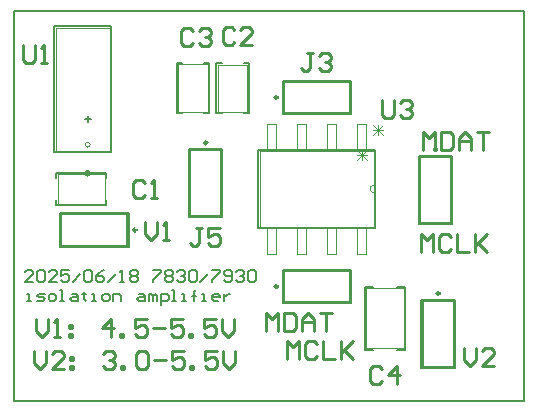
<source format=gto>
G04*
G04 #@! TF.GenerationSoftware,Altium Limited,Altium Designer,21.0.8 (223)*
G04*
G04 Layer_Color=65535*
%FSLAX25Y25*%
%MOIN*%
G70*
G04*
G04 #@! TF.SameCoordinates,E7718C12-BC85-45C8-BBF6-CE0E0CA18016*
G04*
G04*
G04 #@! TF.FilePolarity,Positive*
G04*
G01*
G75*
%ADD10C,0.00600*%
%ADD11C,0.00984*%
%ADD12C,0.00787*%
%ADD13C,0.01000*%
%ADD14C,0.00300*%
%ADD15C,0.00000*%
%ADD16C,0.00100*%
D10*
X155400Y215900D02*
G03*
X155400Y215900I-800J0D01*
G01*
X143350Y222900D02*
X162450D01*
X143350D02*
Y264900D01*
X162450D01*
Y222900D02*
Y264900D01*
X193422Y235993D02*
X195100D01*
X184300D02*
X185978D01*
X184300Y252693D02*
X185978D01*
X195100Y235993D02*
Y252693D01*
X184300Y235993D02*
Y252693D01*
X193422D02*
X195100D01*
X206622Y235893D02*
X208300D01*
X197500D02*
X199178D01*
X197500Y252592D02*
X199178D01*
X208300Y235893D02*
Y252592D01*
X197500Y235893D02*
Y252592D01*
X206622D02*
X208300D01*
X144107Y205300D02*
Y206978D01*
Y214422D02*
Y216100D01*
X160808Y214422D02*
Y216100D01*
X144107Y205300D02*
X160808D01*
X144107Y216100D02*
X160808D01*
Y205300D02*
Y206978D01*
X211400Y223800D02*
X250400D01*
Y197600D02*
Y223800D01*
X211400Y197600D02*
X250400D01*
X211400D02*
Y223800D01*
X257710Y157100D02*
X260450D01*
X246950D02*
X249690D01*
X246950D02*
Y178100D01*
X257679D02*
X260450D01*
Y157100D02*
Y178100D01*
X246950D02*
X249721D01*
X153600Y233900D02*
X155600D01*
X154600Y232900D02*
Y234900D01*
D11*
X170776Y197000D02*
G03*
X170776Y197000I-492J0D01*
G01*
X270992Y223884D02*
G03*
X270992Y223884I-492J0D01*
G01*
X194392Y226084D02*
G03*
X194392Y226084I-492J0D01*
G01*
X217908Y178100D02*
G03*
X217908Y178100I-492J0D01*
G01*
X271892Y175784D02*
G03*
X271892Y175784I-492J0D01*
G01*
X217908Y241200D02*
G03*
X217908Y241200I-492J0D01*
G01*
D12*
X167784Y191803D02*
Y202197D01*
X145816D02*
X167784D01*
X145816Y191803D02*
Y202197D01*
Y191803D02*
X167784D01*
X275697Y199416D02*
Y221384D01*
X265303Y199416D02*
X275697D01*
X265303D02*
Y221384D01*
X275697D01*
X188703Y223584D02*
X199097D01*
X188703Y201616D02*
Y223584D01*
Y201616D02*
X199097D01*
Y223584D01*
X219916Y172903D02*
Y183297D01*
Y172903D02*
X241884D01*
Y183297D01*
X219916D02*
X241884D01*
X266203Y173284D02*
X276597D01*
X266203Y151316D02*
Y173284D01*
Y151316D02*
X276597D01*
Y173284D01*
X219916Y246397D02*
X241884D01*
Y236003D02*
Y246397D01*
X219916Y236003D02*
X241884D01*
X219916D02*
Y246397D01*
X136411Y179787D02*
X133787D01*
X136411Y182411D01*
Y183067D01*
X135755Y183723D01*
X134443D01*
X133787Y183067D01*
X137723D02*
X138379Y183723D01*
X139691D01*
X140347Y183067D01*
Y180443D01*
X139691Y179787D01*
X138379D01*
X137723Y180443D01*
Y183067D01*
X144283Y179787D02*
X141659D01*
X144283Y182411D01*
Y183067D01*
X143627Y183723D01*
X142315D01*
X141659Y183067D01*
X148218Y183723D02*
X145595D01*
Y181755D01*
X146906Y182411D01*
X147563D01*
X148218Y181755D01*
Y180443D01*
X147563Y179787D01*
X146251D01*
X145595Y180443D01*
X149530Y179787D02*
X152154Y182411D01*
X153466Y183067D02*
X154122Y183723D01*
X155434D01*
X156090Y183067D01*
Y180443D01*
X155434Y179787D01*
X154122D01*
X153466Y180443D01*
Y183067D01*
X160026Y183723D02*
X158714Y183067D01*
X157402Y181755D01*
Y180443D01*
X158058Y179787D01*
X159370D01*
X160026Y180443D01*
Y181099D01*
X159370Y181755D01*
X157402D01*
X161338Y179787D02*
X163961Y182411D01*
X165273Y179787D02*
X166585D01*
X165929D01*
Y183723D01*
X165273Y183067D01*
X168553D02*
X169209Y183723D01*
X170521D01*
X171177Y183067D01*
Y182411D01*
X170521Y181755D01*
X171177Y181099D01*
Y180443D01*
X170521Y179787D01*
X169209D01*
X168553Y180443D01*
Y181099D01*
X169209Y181755D01*
X168553Y182411D01*
Y183067D01*
X169209Y181755D02*
X170521D01*
X176425Y183723D02*
X179048D01*
Y183067D01*
X176425Y180443D01*
Y179787D01*
X180360Y183067D02*
X181016Y183723D01*
X182328D01*
X182984Y183067D01*
Y182411D01*
X182328Y181755D01*
X182984Y181099D01*
Y180443D01*
X182328Y179787D01*
X181016D01*
X180360Y180443D01*
Y181099D01*
X181016Y181755D01*
X180360Y182411D01*
Y183067D01*
X181016Y181755D02*
X182328D01*
X184296Y183067D02*
X184952Y183723D01*
X186264D01*
X186920Y183067D01*
Y182411D01*
X186264Y181755D01*
X185608D01*
X186264D01*
X186920Y181099D01*
Y180443D01*
X186264Y179787D01*
X184952D01*
X184296Y180443D01*
X188232Y183067D02*
X188888Y183723D01*
X190200D01*
X190856Y183067D01*
Y180443D01*
X190200Y179787D01*
X188888D01*
X188232Y180443D01*
Y183067D01*
X192167Y179787D02*
X194791Y182411D01*
X196103Y183723D02*
X198727D01*
Y183067D01*
X196103Y180443D01*
Y179787D01*
X200039Y180443D02*
X200695Y179787D01*
X202007D01*
X202663Y180443D01*
Y183067D01*
X202007Y183723D01*
X200695D01*
X200039Y183067D01*
Y182411D01*
X200695Y181755D01*
X202663D01*
X203975Y183067D02*
X204631Y183723D01*
X205943D01*
X206599Y183067D01*
Y182411D01*
X205943Y181755D01*
X205287D01*
X205943D01*
X206599Y181099D01*
Y180443D01*
X205943Y179787D01*
X204631D01*
X203975Y180443D01*
X207910Y183067D02*
X208566Y183723D01*
X209878D01*
X210534Y183067D01*
Y180443D01*
X209878Y179787D01*
X208566D01*
X207910Y180443D01*
Y183067D01*
X134287Y173199D02*
X135599D01*
X134943D01*
Y175823D01*
X134287D01*
X137567Y173199D02*
X139535D01*
X140191Y173855D01*
X139535Y174511D01*
X138223D01*
X137567Y175167D01*
X138223Y175823D01*
X140191D01*
X142159Y173199D02*
X143471D01*
X144127Y173855D01*
Y175167D01*
X143471Y175823D01*
X142159D01*
X141503Y175167D01*
Y173855D01*
X142159Y173199D01*
X145439D02*
X146751D01*
X146095D01*
Y177135D01*
X145439D01*
X149374Y175823D02*
X150686D01*
X151342Y175167D01*
Y173199D01*
X149374D01*
X148718Y173855D01*
X149374Y174511D01*
X151342D01*
X153310Y176479D02*
Y175823D01*
X152654D01*
X153966D01*
X153310D01*
Y173855D01*
X153966Y173199D01*
X155934D02*
X157246D01*
X156590D01*
Y175823D01*
X155934D01*
X159870Y173199D02*
X161182D01*
X161838Y173855D01*
Y175167D01*
X161182Y175823D01*
X159870D01*
X159214Y175167D01*
Y173855D01*
X159870Y173199D01*
X163149D02*
Y175823D01*
X165117D01*
X165773Y175167D01*
Y173199D01*
X171677Y175823D02*
X172989D01*
X173645Y175167D01*
Y173199D01*
X171677D01*
X171021Y173855D01*
X171677Y174511D01*
X173645D01*
X174957Y173199D02*
Y175823D01*
X175613D01*
X176269Y175167D01*
Y173199D01*
Y175167D01*
X176925Y175823D01*
X177580Y175167D01*
Y173199D01*
X178892Y171887D02*
Y175823D01*
X180860D01*
X181516Y175167D01*
Y173855D01*
X180860Y173199D01*
X178892D01*
X182828D02*
X184140D01*
X183484D01*
Y177135D01*
X182828D01*
X186108Y173199D02*
X187420D01*
X186764D01*
Y175823D01*
X186108D01*
X190044Y173199D02*
Y176479D01*
Y175167D01*
X189388D01*
X190700D01*
X190044D01*
Y176479D01*
X190700Y177135D01*
X192667Y173199D02*
X193979D01*
X193324D01*
Y175823D01*
X192667D01*
X197915Y173199D02*
X196603D01*
X195947Y173855D01*
Y175167D01*
X196603Y175823D01*
X197915D01*
X198571Y175167D01*
Y174511D01*
X195947D01*
X199883Y175823D02*
Y173199D01*
Y174511D01*
X200539Y175167D01*
X201195Y175823D01*
X201851D01*
X130000Y140000D02*
Y270000D01*
Y140000D02*
X300000D01*
Y270000D01*
X130000D02*
X300000D01*
X167784Y191803D02*
Y202197D01*
X145816D02*
X167784D01*
X145816Y191803D02*
Y202197D01*
Y191803D02*
X167784D01*
X275697Y199416D02*
Y221384D01*
X265303Y199416D02*
X275697D01*
X265303D02*
Y221384D01*
X275697D01*
X188703Y223584D02*
X199097D01*
X188703Y201616D02*
Y223584D01*
Y201616D02*
X199097D01*
Y223584D01*
X219916Y172903D02*
Y183297D01*
Y172903D02*
X241884D01*
Y183297D01*
X219916D02*
X241884D01*
X266203Y173284D02*
X276597D01*
X266203Y151316D02*
Y173284D01*
Y151316D02*
X276597D01*
Y173284D01*
X219916Y246397D02*
X241884D01*
Y236003D02*
Y246397D01*
X219916Y236003D02*
X241884D01*
X219916D02*
Y246397D01*
X168178Y191409D02*
Y202591D01*
X145422D02*
X168178D01*
X145422Y191409D02*
Y202591D01*
Y191409D02*
X168178D01*
X276091Y199022D02*
Y221778D01*
X264910Y199022D02*
X276091D01*
X264910D02*
Y221778D01*
X276091D01*
X188309Y223978D02*
X199491D01*
X188309Y201222D02*
Y223978D01*
Y201222D02*
X199491D01*
Y223978D01*
X219522Y172509D02*
Y183691D01*
Y172509D02*
X242278D01*
Y183691D01*
X219522D02*
X242278D01*
X265809Y173678D02*
X276991D01*
X265809Y150922D02*
Y173678D01*
Y150922D02*
X276991D01*
Y173678D01*
X219522Y246791D02*
X242278D01*
Y235610D02*
Y246791D01*
X219522Y235610D02*
X242278D01*
X219522D02*
Y246791D01*
D13*
X137200Y167198D02*
Y163199D01*
X139199Y161200D01*
X141199Y163199D01*
Y167198D01*
X143198Y161200D02*
X145197D01*
X144198D01*
Y167198D01*
X143198Y166198D01*
X148196Y165199D02*
X149196D01*
Y164199D01*
X148196D01*
Y165199D01*
Y162200D02*
X149196D01*
Y161200D01*
X148196D01*
Y162200D01*
X162192Y161200D02*
Y167198D01*
X159193Y164199D01*
X163192D01*
X165191Y161200D02*
Y162200D01*
X166191D01*
Y161200D01*
X165191D01*
X174188Y167198D02*
X170189D01*
Y164199D01*
X172189Y165199D01*
X173188D01*
X174188Y164199D01*
Y162200D01*
X173188Y161200D01*
X171189D01*
X170189Y162200D01*
X176187Y164199D02*
X180186D01*
X186184Y167198D02*
X182185D01*
Y164199D01*
X184185Y165199D01*
X185185D01*
X186184Y164199D01*
Y162200D01*
X185185Y161200D01*
X183185D01*
X182185Y162200D01*
X188183Y161200D02*
Y162200D01*
X189183D01*
Y161200D01*
X188183D01*
X197181Y167198D02*
X193182D01*
Y164199D01*
X195181Y165199D01*
X196181D01*
X197181Y164199D01*
Y162200D01*
X196181Y161200D01*
X194182D01*
X193182Y162200D01*
X199180Y167198D02*
Y163199D01*
X201179Y161200D01*
X203179Y163199D01*
Y167198D01*
X136700Y156598D02*
Y152599D01*
X138699Y150600D01*
X140699Y152599D01*
Y156598D01*
X146697Y150600D02*
X142698D01*
X146697Y154599D01*
Y155598D01*
X145697Y156598D01*
X143698D01*
X142698Y155598D01*
X148696Y154599D02*
X149696D01*
Y153599D01*
X148696D01*
Y154599D01*
Y151600D02*
X149696D01*
Y150600D01*
X148696D01*
Y151600D01*
X159693Y155598D02*
X160692Y156598D01*
X162692D01*
X163691Y155598D01*
Y154599D01*
X162692Y153599D01*
X161692D01*
X162692D01*
X163691Y152599D01*
Y151600D01*
X162692Y150600D01*
X160692D01*
X159693Y151600D01*
X165691Y150600D02*
Y151600D01*
X166690D01*
Y150600D01*
X165691D01*
X170689Y155598D02*
X171689Y156598D01*
X173688D01*
X174688Y155598D01*
Y151600D01*
X173688Y150600D01*
X171689D01*
X170689Y151600D01*
Y155598D01*
X176687Y153599D02*
X180686D01*
X186684Y156598D02*
X182685D01*
Y153599D01*
X184685Y154599D01*
X185684D01*
X186684Y153599D01*
Y151600D01*
X185684Y150600D01*
X183685D01*
X182685Y151600D01*
X188683Y150600D02*
Y151600D01*
X189683D01*
Y150600D01*
X188683D01*
X197680Y156598D02*
X193682D01*
Y153599D01*
X195681Y154599D01*
X196681D01*
X197680Y153599D01*
Y151600D01*
X196681Y150600D01*
X194681D01*
X193682Y151600D01*
X199680Y156598D02*
Y152599D01*
X201679Y150600D01*
X203678Y152599D01*
Y156598D01*
X221100Y154000D02*
Y159998D01*
X223099Y157999D01*
X225099Y159998D01*
Y154000D01*
X231097Y158998D02*
X230097Y159998D01*
X228098D01*
X227098Y158998D01*
Y155000D01*
X228098Y154000D01*
X230097D01*
X231097Y155000D01*
X233096Y159998D02*
Y154000D01*
X237095D01*
X239094Y159998D02*
Y154000D01*
Y155999D01*
X243093Y159998D01*
X240094Y156999D01*
X243093Y154000D01*
X214100Y163300D02*
Y169298D01*
X216099Y167299D01*
X218099Y169298D01*
Y163300D01*
X220098Y169298D02*
Y163300D01*
X223097D01*
X224097Y164300D01*
Y168298D01*
X223097Y169298D01*
X220098D01*
X226096Y163300D02*
Y167299D01*
X228096Y169298D01*
X230095Y167299D01*
Y163300D01*
Y166299D01*
X226096D01*
X232094Y169298D02*
X236093D01*
X234093D01*
Y163300D01*
X266400Y223600D02*
Y229598D01*
X268399Y227599D01*
X270399Y229598D01*
Y223600D01*
X272398Y229598D02*
Y223600D01*
X275397D01*
X276397Y224600D01*
Y228598D01*
X275397Y229598D01*
X272398D01*
X278396Y223600D02*
Y227599D01*
X280396Y229598D01*
X282395Y227599D01*
Y223600D01*
Y226599D01*
X278396D01*
X284394Y229598D02*
X288393D01*
X286393D01*
Y223600D01*
X265700Y189600D02*
Y195598D01*
X267699Y193599D01*
X269699Y195598D01*
Y189600D01*
X275697Y194598D02*
X274697Y195598D01*
X272698D01*
X271698Y194598D01*
Y190600D01*
X272698Y189600D01*
X274697D01*
X275697Y190600D01*
X277696Y195598D02*
Y189600D01*
X281695D01*
X283694Y195598D02*
Y189600D01*
Y191599D01*
X287693Y195598D01*
X284694Y192599D01*
X287693Y189600D01*
X192700Y197699D02*
X190701D01*
X191701D01*
Y192701D01*
X190701Y191701D01*
X189701D01*
X188702Y192701D01*
X198698Y197699D02*
X194700D01*
Y194700D01*
X196699Y195700D01*
X197699D01*
X198698Y194700D01*
Y192701D01*
X197699Y191701D01*
X195699D01*
X194700Y192701D01*
X189600Y263399D02*
X188601Y264399D01*
X186601D01*
X185602Y263399D01*
Y259401D01*
X186601Y258401D01*
X188601D01*
X189600Y259401D01*
X191600Y263399D02*
X192599Y264399D01*
X194599D01*
X195598Y263399D01*
Y262400D01*
X194599Y261400D01*
X193599D01*
X194599D01*
X195598Y260400D01*
Y259401D01*
X194599Y258401D01*
X192599D01*
X191600Y259401D01*
X252702Y240299D02*
Y235301D01*
X253701Y234301D01*
X255701D01*
X256700Y235301D01*
Y240299D01*
X258700Y239299D02*
X259699Y240299D01*
X261699D01*
X262698Y239299D01*
Y238300D01*
X261699Y237300D01*
X260699D01*
X261699D01*
X262698Y236300D01*
Y235301D01*
X261699Y234301D01*
X259699D01*
X258700Y235301D01*
X252700Y150799D02*
X251701Y151799D01*
X249701D01*
X248702Y150799D01*
Y146801D01*
X249701Y145801D01*
X251701D01*
X252700Y146801D01*
X257699Y145801D02*
Y151799D01*
X254700Y148800D01*
X258698D01*
X133101Y258599D02*
Y253601D01*
X134101Y252601D01*
X136100D01*
X137100Y253601D01*
Y258599D01*
X139099Y252601D02*
X141099D01*
X140099D01*
Y258599D01*
X139099Y257599D01*
X229800Y255899D02*
X227801D01*
X228801D01*
Y250901D01*
X227801Y249901D01*
X226801D01*
X225802Y250901D01*
X231800Y254899D02*
X232799Y255899D01*
X234799D01*
X235798Y254899D01*
Y253900D01*
X234799Y252900D01*
X233799D01*
X234799D01*
X235798Y251900D01*
Y250901D01*
X234799Y249901D01*
X232799D01*
X231800Y250901D01*
X279902Y157799D02*
Y153800D01*
X281901Y151801D01*
X283900Y153800D01*
Y157799D01*
X289898Y151801D02*
X285900D01*
X289898Y155800D01*
Y156799D01*
X288899Y157799D01*
X286899D01*
X285900Y156799D01*
X173601Y199599D02*
Y195600D01*
X175601Y193601D01*
X177600Y195600D01*
Y199599D01*
X179599Y193601D02*
X181599D01*
X180599D01*
Y199599D01*
X179599Y198599D01*
X203500Y263599D02*
X202501Y264599D01*
X200501D01*
X199502Y263599D01*
Y259601D01*
X200501Y258601D01*
X202501D01*
X203500Y259601D01*
X209498Y258601D02*
X205500D01*
X209498Y262600D01*
Y263599D01*
X208499Y264599D01*
X206499D01*
X205500Y263599D01*
X173815Y212799D02*
X172815Y213799D01*
X170816D01*
X169816Y212799D01*
Y208801D01*
X170816Y207801D01*
X172815D01*
X173815Y208801D01*
X175814Y207801D02*
X177814D01*
X176814D01*
Y213799D01*
X175814Y212799D01*
D14*
X253165Y231950D02*
X249833Y228618D01*
Y231950D02*
X253165Y228618D01*
X251499Y231950D02*
Y228618D01*
X249833Y230284D02*
X253165D01*
X247565Y223550D02*
X244233Y220218D01*
Y223550D02*
X247565Y220218D01*
X245899Y223550D02*
Y220218D01*
X244233Y221884D02*
X247565D01*
D15*
X155400Y225400D02*
G03*
X155400Y225400I-800J0D01*
G01*
X249900Y211900D02*
G03*
X249900Y209500I0J-1200D01*
G01*
D16*
X143850Y223400D02*
X161950D01*
X143850D02*
Y264400D01*
X161950D01*
Y223400D02*
Y264400D01*
X184800Y236492D02*
X194600D01*
X184800Y252192D02*
X194600D01*
Y236492D02*
Y252192D01*
X184800Y236492D02*
Y252192D01*
X198000Y236392D02*
X207800D01*
X198000Y252093D02*
X207800D01*
Y236392D02*
Y252093D01*
X198000Y236392D02*
Y252093D01*
X144607Y205800D02*
Y215600D01*
X160308Y205800D02*
Y215600D01*
X144607Y205800D02*
X160308D01*
X144607Y215600D02*
X160308D01*
X211900Y223300D02*
X249900D01*
Y198100D02*
Y223300D01*
X211900Y198100D02*
X249900D01*
X211900D02*
Y223300D01*
X247500Y189100D02*
Y198100D01*
X244300Y189100D02*
X247500D01*
X244300D02*
Y198100D01*
X247500D01*
X237500Y189100D02*
Y198100D01*
X234300Y189100D02*
X237500D01*
X234300D02*
Y198100D01*
X237500D01*
X227500Y189100D02*
Y198100D01*
X224300Y189100D02*
X227500D01*
X224300D02*
Y198100D01*
X227500D01*
X217500Y189100D02*
Y198100D01*
X214300Y189100D02*
X217500D01*
X214300D02*
Y198100D01*
X217500D01*
X214300Y223300D02*
Y232300D01*
X217500D01*
Y223300D02*
Y232300D01*
X214300Y223300D02*
X217500D01*
X224300D02*
Y232300D01*
X227500D01*
Y223300D02*
Y232300D01*
X224300Y223300D02*
X227500D01*
X234300D02*
Y232300D01*
X237500D01*
Y223300D02*
Y232300D01*
X234300Y223300D02*
X237500D01*
X244300D02*
Y232300D01*
X247500D01*
Y223300D02*
Y232300D01*
X244300Y223300D02*
X247500D01*
X247450Y157600D02*
X259950D01*
X247450D02*
Y177600D01*
X259950D01*
Y157600D02*
Y177600D01*
M02*

</source>
